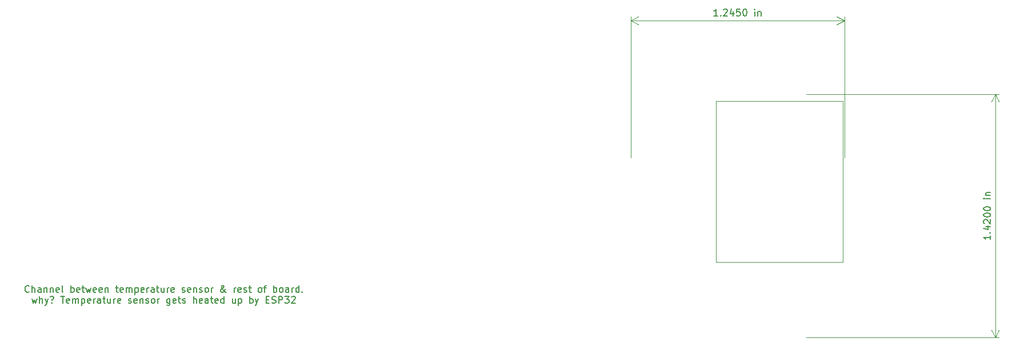
<source format=gbr>
G04 #@! TF.GenerationSoftware,KiCad,Pcbnew,6.0.5-a6ca702e91~116~ubuntu20.04.1*
G04 #@! TF.CreationDate,2022-07-01T16:46:14+00:00*
G04 #@! TF.ProjectId,PlantBuddy,506c616e-7442-4756-9464-792e6b696361,rev?*
G04 #@! TF.SameCoordinates,Original*
G04 #@! TF.FileFunction,Other,Comment*
%FSLAX46Y46*%
G04 Gerber Fmt 4.6, Leading zero omitted, Abs format (unit mm)*
G04 Created by KiCad (PCBNEW 6.0.5-a6ca702e91~116~ubuntu20.04.1) date 2022-07-01 16:46:14*
%MOMM*%
%LPD*%
G01*
G04 APERTURE LIST*
%ADD10C,0.100000*%
%ADD11C,0.150000*%
G04 APERTURE END LIST*
D10*
X154365080Y-63288171D02*
X154365080Y-39412171D01*
X135569080Y-63288171D02*
X154365080Y-63288171D01*
X135569080Y-39412171D02*
X135569080Y-63288171D01*
X154365080Y-39412171D02*
X135569080Y-39412171D01*
D11*
X33828699Y-67666313D02*
X33781080Y-67713932D01*
X33638222Y-67761551D01*
X33542984Y-67761551D01*
X33400127Y-67713932D01*
X33304889Y-67618694D01*
X33257270Y-67523456D01*
X33209651Y-67332980D01*
X33209651Y-67190123D01*
X33257270Y-66999647D01*
X33304889Y-66904409D01*
X33400127Y-66809171D01*
X33542984Y-66761551D01*
X33638222Y-66761551D01*
X33781080Y-66809171D01*
X33828699Y-66856790D01*
X34257270Y-67761551D02*
X34257270Y-66761551D01*
X34685841Y-67761551D02*
X34685841Y-67237742D01*
X34638222Y-67142504D01*
X34542984Y-67094885D01*
X34400127Y-67094885D01*
X34304889Y-67142504D01*
X34257270Y-67190123D01*
X35590603Y-67761551D02*
X35590603Y-67237742D01*
X35542984Y-67142504D01*
X35447746Y-67094885D01*
X35257270Y-67094885D01*
X35162032Y-67142504D01*
X35590603Y-67713932D02*
X35495365Y-67761551D01*
X35257270Y-67761551D01*
X35162032Y-67713932D01*
X35114413Y-67618694D01*
X35114413Y-67523456D01*
X35162032Y-67428218D01*
X35257270Y-67380599D01*
X35495365Y-67380599D01*
X35590603Y-67332980D01*
X36066794Y-67094885D02*
X36066794Y-67761551D01*
X36066794Y-67190123D02*
X36114413Y-67142504D01*
X36209651Y-67094885D01*
X36352508Y-67094885D01*
X36447746Y-67142504D01*
X36495365Y-67237742D01*
X36495365Y-67761551D01*
X36971556Y-67094885D02*
X36971556Y-67761551D01*
X36971556Y-67190123D02*
X37019175Y-67142504D01*
X37114413Y-67094885D01*
X37257270Y-67094885D01*
X37352508Y-67142504D01*
X37400127Y-67237742D01*
X37400127Y-67761551D01*
X38257270Y-67713932D02*
X38162032Y-67761551D01*
X37971556Y-67761551D01*
X37876318Y-67713932D01*
X37828699Y-67618694D01*
X37828699Y-67237742D01*
X37876318Y-67142504D01*
X37971556Y-67094885D01*
X38162032Y-67094885D01*
X38257270Y-67142504D01*
X38304889Y-67237742D01*
X38304889Y-67332980D01*
X37828699Y-67428218D01*
X38876318Y-67761551D02*
X38781080Y-67713932D01*
X38733460Y-67618694D01*
X38733460Y-66761551D01*
X40019175Y-67761551D02*
X40019175Y-66761551D01*
X40019175Y-67142504D02*
X40114413Y-67094885D01*
X40304889Y-67094885D01*
X40400127Y-67142504D01*
X40447746Y-67190123D01*
X40495365Y-67285361D01*
X40495365Y-67571075D01*
X40447746Y-67666313D01*
X40400127Y-67713932D01*
X40304889Y-67761551D01*
X40114413Y-67761551D01*
X40019175Y-67713932D01*
X41304889Y-67713932D02*
X41209651Y-67761551D01*
X41019175Y-67761551D01*
X40923937Y-67713932D01*
X40876318Y-67618694D01*
X40876318Y-67237742D01*
X40923937Y-67142504D01*
X41019175Y-67094885D01*
X41209651Y-67094885D01*
X41304889Y-67142504D01*
X41352508Y-67237742D01*
X41352508Y-67332980D01*
X40876318Y-67428218D01*
X41638222Y-67094885D02*
X42019175Y-67094885D01*
X41781080Y-66761551D02*
X41781080Y-67618694D01*
X41828699Y-67713932D01*
X41923937Y-67761551D01*
X42019175Y-67761551D01*
X42257270Y-67094885D02*
X42447746Y-67761551D01*
X42638222Y-67285361D01*
X42828699Y-67761551D01*
X43019175Y-67094885D01*
X43781079Y-67713932D02*
X43685841Y-67761551D01*
X43495365Y-67761551D01*
X43400127Y-67713932D01*
X43352508Y-67618694D01*
X43352508Y-67237742D01*
X43400127Y-67142504D01*
X43495365Y-67094885D01*
X43685841Y-67094885D01*
X43781079Y-67142504D01*
X43828699Y-67237742D01*
X43828699Y-67332980D01*
X43352508Y-67428218D01*
X44638222Y-67713932D02*
X44542984Y-67761551D01*
X44352508Y-67761551D01*
X44257270Y-67713932D01*
X44209651Y-67618694D01*
X44209651Y-67237742D01*
X44257270Y-67142504D01*
X44352508Y-67094885D01*
X44542984Y-67094885D01*
X44638222Y-67142504D01*
X44685841Y-67237742D01*
X44685841Y-67332980D01*
X44209651Y-67428218D01*
X45114413Y-67094885D02*
X45114413Y-67761551D01*
X45114413Y-67190123D02*
X45162032Y-67142504D01*
X45257270Y-67094885D01*
X45400127Y-67094885D01*
X45495365Y-67142504D01*
X45542984Y-67237742D01*
X45542984Y-67761551D01*
X46638222Y-67094885D02*
X47019175Y-67094885D01*
X46781079Y-66761551D02*
X46781079Y-67618694D01*
X46828699Y-67713932D01*
X46923937Y-67761551D01*
X47019175Y-67761551D01*
X47733460Y-67713932D02*
X47638222Y-67761551D01*
X47447746Y-67761551D01*
X47352508Y-67713932D01*
X47304889Y-67618694D01*
X47304889Y-67237742D01*
X47352508Y-67142504D01*
X47447746Y-67094885D01*
X47638222Y-67094885D01*
X47733460Y-67142504D01*
X47781079Y-67237742D01*
X47781079Y-67332980D01*
X47304889Y-67428218D01*
X48209651Y-67761551D02*
X48209651Y-67094885D01*
X48209651Y-67190123D02*
X48257270Y-67142504D01*
X48352508Y-67094885D01*
X48495365Y-67094885D01*
X48590603Y-67142504D01*
X48638222Y-67237742D01*
X48638222Y-67761551D01*
X48638222Y-67237742D02*
X48685841Y-67142504D01*
X48781079Y-67094885D01*
X48923937Y-67094885D01*
X49019175Y-67142504D01*
X49066794Y-67237742D01*
X49066794Y-67761551D01*
X49542984Y-67094885D02*
X49542984Y-68094885D01*
X49542984Y-67142504D02*
X49638222Y-67094885D01*
X49828699Y-67094885D01*
X49923937Y-67142504D01*
X49971556Y-67190123D01*
X50019175Y-67285361D01*
X50019175Y-67571075D01*
X49971556Y-67666313D01*
X49923937Y-67713932D01*
X49828699Y-67761551D01*
X49638222Y-67761551D01*
X49542984Y-67713932D01*
X50828699Y-67713932D02*
X50733460Y-67761551D01*
X50542984Y-67761551D01*
X50447746Y-67713932D01*
X50400127Y-67618694D01*
X50400127Y-67237742D01*
X50447746Y-67142504D01*
X50542984Y-67094885D01*
X50733460Y-67094885D01*
X50828699Y-67142504D01*
X50876318Y-67237742D01*
X50876318Y-67332980D01*
X50400127Y-67428218D01*
X51304889Y-67761551D02*
X51304889Y-67094885D01*
X51304889Y-67285361D02*
X51352508Y-67190123D01*
X51400127Y-67142504D01*
X51495365Y-67094885D01*
X51590603Y-67094885D01*
X52352508Y-67761551D02*
X52352508Y-67237742D01*
X52304889Y-67142504D01*
X52209651Y-67094885D01*
X52019175Y-67094885D01*
X51923937Y-67142504D01*
X52352508Y-67713932D02*
X52257270Y-67761551D01*
X52019175Y-67761551D01*
X51923937Y-67713932D01*
X51876318Y-67618694D01*
X51876318Y-67523456D01*
X51923937Y-67428218D01*
X52019175Y-67380599D01*
X52257270Y-67380599D01*
X52352508Y-67332980D01*
X52685841Y-67094885D02*
X53066794Y-67094885D01*
X52828699Y-66761551D02*
X52828699Y-67618694D01*
X52876318Y-67713932D01*
X52971556Y-67761551D01*
X53066794Y-67761551D01*
X53828699Y-67094885D02*
X53828699Y-67761551D01*
X53400127Y-67094885D02*
X53400127Y-67618694D01*
X53447746Y-67713932D01*
X53542984Y-67761551D01*
X53685841Y-67761551D01*
X53781079Y-67713932D01*
X53828699Y-67666313D01*
X54304889Y-67761551D02*
X54304889Y-67094885D01*
X54304889Y-67285361D02*
X54352508Y-67190123D01*
X54400127Y-67142504D01*
X54495365Y-67094885D01*
X54590603Y-67094885D01*
X55304889Y-67713932D02*
X55209651Y-67761551D01*
X55019175Y-67761551D01*
X54923937Y-67713932D01*
X54876318Y-67618694D01*
X54876318Y-67237742D01*
X54923937Y-67142504D01*
X55019175Y-67094885D01*
X55209651Y-67094885D01*
X55304889Y-67142504D01*
X55352508Y-67237742D01*
X55352508Y-67332980D01*
X54876318Y-67428218D01*
X56495365Y-67713932D02*
X56590603Y-67761551D01*
X56781079Y-67761551D01*
X56876318Y-67713932D01*
X56923937Y-67618694D01*
X56923937Y-67571075D01*
X56876318Y-67475837D01*
X56781079Y-67428218D01*
X56638222Y-67428218D01*
X56542984Y-67380599D01*
X56495365Y-67285361D01*
X56495365Y-67237742D01*
X56542984Y-67142504D01*
X56638222Y-67094885D01*
X56781079Y-67094885D01*
X56876318Y-67142504D01*
X57733460Y-67713932D02*
X57638222Y-67761551D01*
X57447746Y-67761551D01*
X57352508Y-67713932D01*
X57304889Y-67618694D01*
X57304889Y-67237742D01*
X57352508Y-67142504D01*
X57447746Y-67094885D01*
X57638222Y-67094885D01*
X57733460Y-67142504D01*
X57781079Y-67237742D01*
X57781079Y-67332980D01*
X57304889Y-67428218D01*
X58209651Y-67094885D02*
X58209651Y-67761551D01*
X58209651Y-67190123D02*
X58257270Y-67142504D01*
X58352508Y-67094885D01*
X58495365Y-67094885D01*
X58590603Y-67142504D01*
X58638222Y-67237742D01*
X58638222Y-67761551D01*
X59066794Y-67713932D02*
X59162032Y-67761551D01*
X59352508Y-67761551D01*
X59447746Y-67713932D01*
X59495365Y-67618694D01*
X59495365Y-67571075D01*
X59447746Y-67475837D01*
X59352508Y-67428218D01*
X59209651Y-67428218D01*
X59114413Y-67380599D01*
X59066794Y-67285361D01*
X59066794Y-67237742D01*
X59114413Y-67142504D01*
X59209651Y-67094885D01*
X59352508Y-67094885D01*
X59447746Y-67142504D01*
X60066794Y-67761551D02*
X59971556Y-67713932D01*
X59923937Y-67666313D01*
X59876318Y-67571075D01*
X59876318Y-67285361D01*
X59923937Y-67190123D01*
X59971556Y-67142504D01*
X60066794Y-67094885D01*
X60209651Y-67094885D01*
X60304889Y-67142504D01*
X60352508Y-67190123D01*
X60400127Y-67285361D01*
X60400127Y-67571075D01*
X60352508Y-67666313D01*
X60304889Y-67713932D01*
X60209651Y-67761551D01*
X60066794Y-67761551D01*
X60828699Y-67761551D02*
X60828699Y-67094885D01*
X60828699Y-67285361D02*
X60876318Y-67190123D01*
X60923937Y-67142504D01*
X61019175Y-67094885D01*
X61114413Y-67094885D01*
X63019175Y-67761551D02*
X62971556Y-67761551D01*
X62876318Y-67713932D01*
X62733460Y-67571075D01*
X62495365Y-67285361D01*
X62400127Y-67142504D01*
X62352508Y-66999647D01*
X62352508Y-66904409D01*
X62400127Y-66809171D01*
X62495365Y-66761551D01*
X62542984Y-66761551D01*
X62638222Y-66809171D01*
X62685841Y-66904409D01*
X62685841Y-66952028D01*
X62638222Y-67047266D01*
X62590603Y-67094885D01*
X62304889Y-67285361D01*
X62257270Y-67332980D01*
X62209651Y-67428218D01*
X62209651Y-67571075D01*
X62257270Y-67666313D01*
X62304889Y-67713932D01*
X62400127Y-67761551D01*
X62542984Y-67761551D01*
X62638222Y-67713932D01*
X62685841Y-67666313D01*
X62828699Y-67475837D01*
X62876318Y-67332980D01*
X62876318Y-67237742D01*
X64209651Y-67761551D02*
X64209651Y-67094885D01*
X64209651Y-67285361D02*
X64257270Y-67190123D01*
X64304889Y-67142504D01*
X64400127Y-67094885D01*
X64495365Y-67094885D01*
X65209651Y-67713932D02*
X65114413Y-67761551D01*
X64923937Y-67761551D01*
X64828699Y-67713932D01*
X64781079Y-67618694D01*
X64781079Y-67237742D01*
X64828699Y-67142504D01*
X64923937Y-67094885D01*
X65114413Y-67094885D01*
X65209651Y-67142504D01*
X65257270Y-67237742D01*
X65257270Y-67332980D01*
X64781079Y-67428218D01*
X65638222Y-67713932D02*
X65733460Y-67761551D01*
X65923937Y-67761551D01*
X66019175Y-67713932D01*
X66066794Y-67618694D01*
X66066794Y-67571075D01*
X66019175Y-67475837D01*
X65923937Y-67428218D01*
X65781079Y-67428218D01*
X65685841Y-67380599D01*
X65638222Y-67285361D01*
X65638222Y-67237742D01*
X65685841Y-67142504D01*
X65781079Y-67094885D01*
X65923937Y-67094885D01*
X66019175Y-67142504D01*
X66352508Y-67094885D02*
X66733460Y-67094885D01*
X66495365Y-66761551D02*
X66495365Y-67618694D01*
X66542984Y-67713932D01*
X66638222Y-67761551D01*
X66733460Y-67761551D01*
X67971556Y-67761551D02*
X67876318Y-67713932D01*
X67828699Y-67666313D01*
X67781079Y-67571075D01*
X67781079Y-67285361D01*
X67828699Y-67190123D01*
X67876318Y-67142504D01*
X67971556Y-67094885D01*
X68114413Y-67094885D01*
X68209651Y-67142504D01*
X68257270Y-67190123D01*
X68304889Y-67285361D01*
X68304889Y-67571075D01*
X68257270Y-67666313D01*
X68209651Y-67713932D01*
X68114413Y-67761551D01*
X67971556Y-67761551D01*
X68590603Y-67094885D02*
X68971556Y-67094885D01*
X68733460Y-67761551D02*
X68733460Y-66904409D01*
X68781079Y-66809171D01*
X68876318Y-66761551D01*
X68971556Y-66761551D01*
X70066794Y-67761551D02*
X70066794Y-66761551D01*
X70066794Y-67142504D02*
X70162032Y-67094885D01*
X70352508Y-67094885D01*
X70447746Y-67142504D01*
X70495365Y-67190123D01*
X70542984Y-67285361D01*
X70542984Y-67571075D01*
X70495365Y-67666313D01*
X70447746Y-67713932D01*
X70352508Y-67761551D01*
X70162032Y-67761551D01*
X70066794Y-67713932D01*
X71114413Y-67761551D02*
X71019175Y-67713932D01*
X70971556Y-67666313D01*
X70923937Y-67571075D01*
X70923937Y-67285361D01*
X70971556Y-67190123D01*
X71019175Y-67142504D01*
X71114413Y-67094885D01*
X71257270Y-67094885D01*
X71352508Y-67142504D01*
X71400127Y-67190123D01*
X71447746Y-67285361D01*
X71447746Y-67571075D01*
X71400127Y-67666313D01*
X71352508Y-67713932D01*
X71257270Y-67761551D01*
X71114413Y-67761551D01*
X72304889Y-67761551D02*
X72304889Y-67237742D01*
X72257270Y-67142504D01*
X72162032Y-67094885D01*
X71971556Y-67094885D01*
X71876318Y-67142504D01*
X72304889Y-67713932D02*
X72209651Y-67761551D01*
X71971556Y-67761551D01*
X71876318Y-67713932D01*
X71828699Y-67618694D01*
X71828699Y-67523456D01*
X71876318Y-67428218D01*
X71971556Y-67380599D01*
X72209651Y-67380599D01*
X72304889Y-67332980D01*
X72781079Y-67761551D02*
X72781079Y-67094885D01*
X72781079Y-67285361D02*
X72828699Y-67190123D01*
X72876318Y-67142504D01*
X72971556Y-67094885D01*
X73066794Y-67094885D01*
X73828699Y-67761551D02*
X73828699Y-66761551D01*
X73828699Y-67713932D02*
X73733460Y-67761551D01*
X73542984Y-67761551D01*
X73447746Y-67713932D01*
X73400127Y-67666313D01*
X73352508Y-67571075D01*
X73352508Y-67285361D01*
X73400127Y-67190123D01*
X73447746Y-67142504D01*
X73542984Y-67094885D01*
X73733460Y-67094885D01*
X73828699Y-67142504D01*
X74304889Y-67666313D02*
X74352508Y-67713932D01*
X74304889Y-67761551D01*
X74257270Y-67713932D01*
X74304889Y-67666313D01*
X74304889Y-67761551D01*
X34233460Y-68704885D02*
X34423937Y-69371551D01*
X34614413Y-68895361D01*
X34804889Y-69371551D01*
X34995365Y-68704885D01*
X35376318Y-69371551D02*
X35376318Y-68371551D01*
X35804889Y-69371551D02*
X35804889Y-68847742D01*
X35757270Y-68752504D01*
X35662032Y-68704885D01*
X35519175Y-68704885D01*
X35423937Y-68752504D01*
X35376318Y-68800123D01*
X36185841Y-68704885D02*
X36423937Y-69371551D01*
X36662032Y-68704885D02*
X36423937Y-69371551D01*
X36328699Y-69609647D01*
X36281079Y-69657266D01*
X36185841Y-69704885D01*
X37185841Y-69276313D02*
X37233460Y-69323932D01*
X37185841Y-69371551D01*
X37138222Y-69323932D01*
X37185841Y-69276313D01*
X37185841Y-69371551D01*
X36995365Y-68419171D02*
X37090603Y-68371551D01*
X37328699Y-68371551D01*
X37423937Y-68419171D01*
X37471556Y-68514409D01*
X37471556Y-68609647D01*
X37423937Y-68704885D01*
X37376318Y-68752504D01*
X37281079Y-68800123D01*
X37233460Y-68847742D01*
X37185841Y-68942980D01*
X37185841Y-68990599D01*
X38519175Y-68371551D02*
X39090603Y-68371551D01*
X38804889Y-69371551D02*
X38804889Y-68371551D01*
X39804889Y-69323932D02*
X39709651Y-69371551D01*
X39519175Y-69371551D01*
X39423937Y-69323932D01*
X39376318Y-69228694D01*
X39376318Y-68847742D01*
X39423937Y-68752504D01*
X39519175Y-68704885D01*
X39709651Y-68704885D01*
X39804889Y-68752504D01*
X39852508Y-68847742D01*
X39852508Y-68942980D01*
X39376318Y-69038218D01*
X40281080Y-69371551D02*
X40281080Y-68704885D01*
X40281080Y-68800123D02*
X40328699Y-68752504D01*
X40423937Y-68704885D01*
X40566794Y-68704885D01*
X40662032Y-68752504D01*
X40709651Y-68847742D01*
X40709651Y-69371551D01*
X40709651Y-68847742D02*
X40757270Y-68752504D01*
X40852508Y-68704885D01*
X40995365Y-68704885D01*
X41090603Y-68752504D01*
X41138222Y-68847742D01*
X41138222Y-69371551D01*
X41614413Y-68704885D02*
X41614413Y-69704885D01*
X41614413Y-68752504D02*
X41709651Y-68704885D01*
X41900127Y-68704885D01*
X41995365Y-68752504D01*
X42042984Y-68800123D01*
X42090603Y-68895361D01*
X42090603Y-69181075D01*
X42042984Y-69276313D01*
X41995365Y-69323932D01*
X41900127Y-69371551D01*
X41709651Y-69371551D01*
X41614413Y-69323932D01*
X42900127Y-69323932D02*
X42804889Y-69371551D01*
X42614413Y-69371551D01*
X42519175Y-69323932D01*
X42471556Y-69228694D01*
X42471556Y-68847742D01*
X42519175Y-68752504D01*
X42614413Y-68704885D01*
X42804889Y-68704885D01*
X42900127Y-68752504D01*
X42947746Y-68847742D01*
X42947746Y-68942980D01*
X42471556Y-69038218D01*
X43376318Y-69371551D02*
X43376318Y-68704885D01*
X43376318Y-68895361D02*
X43423937Y-68800123D01*
X43471556Y-68752504D01*
X43566794Y-68704885D01*
X43662032Y-68704885D01*
X44423937Y-69371551D02*
X44423937Y-68847742D01*
X44376318Y-68752504D01*
X44281080Y-68704885D01*
X44090603Y-68704885D01*
X43995365Y-68752504D01*
X44423937Y-69323932D02*
X44328699Y-69371551D01*
X44090603Y-69371551D01*
X43995365Y-69323932D01*
X43947746Y-69228694D01*
X43947746Y-69133456D01*
X43995365Y-69038218D01*
X44090603Y-68990599D01*
X44328699Y-68990599D01*
X44423937Y-68942980D01*
X44757270Y-68704885D02*
X45138222Y-68704885D01*
X44900127Y-68371551D02*
X44900127Y-69228694D01*
X44947746Y-69323932D01*
X45042984Y-69371551D01*
X45138222Y-69371551D01*
X45900127Y-68704885D02*
X45900127Y-69371551D01*
X45471556Y-68704885D02*
X45471556Y-69228694D01*
X45519175Y-69323932D01*
X45614413Y-69371551D01*
X45757270Y-69371551D01*
X45852508Y-69323932D01*
X45900127Y-69276313D01*
X46376318Y-69371551D02*
X46376318Y-68704885D01*
X46376318Y-68895361D02*
X46423937Y-68800123D01*
X46471556Y-68752504D01*
X46566794Y-68704885D01*
X46662032Y-68704885D01*
X47376318Y-69323932D02*
X47281080Y-69371551D01*
X47090603Y-69371551D01*
X46995365Y-69323932D01*
X46947746Y-69228694D01*
X46947746Y-68847742D01*
X46995365Y-68752504D01*
X47090603Y-68704885D01*
X47281080Y-68704885D01*
X47376318Y-68752504D01*
X47423937Y-68847742D01*
X47423937Y-68942980D01*
X46947746Y-69038218D01*
X48566794Y-69323932D02*
X48662032Y-69371551D01*
X48852508Y-69371551D01*
X48947746Y-69323932D01*
X48995365Y-69228694D01*
X48995365Y-69181075D01*
X48947746Y-69085837D01*
X48852508Y-69038218D01*
X48709651Y-69038218D01*
X48614413Y-68990599D01*
X48566794Y-68895361D01*
X48566794Y-68847742D01*
X48614413Y-68752504D01*
X48709651Y-68704885D01*
X48852508Y-68704885D01*
X48947746Y-68752504D01*
X49804889Y-69323932D02*
X49709651Y-69371551D01*
X49519175Y-69371551D01*
X49423937Y-69323932D01*
X49376318Y-69228694D01*
X49376318Y-68847742D01*
X49423937Y-68752504D01*
X49519175Y-68704885D01*
X49709651Y-68704885D01*
X49804889Y-68752504D01*
X49852508Y-68847742D01*
X49852508Y-68942980D01*
X49376318Y-69038218D01*
X50281079Y-68704885D02*
X50281079Y-69371551D01*
X50281079Y-68800123D02*
X50328699Y-68752504D01*
X50423937Y-68704885D01*
X50566794Y-68704885D01*
X50662032Y-68752504D01*
X50709651Y-68847742D01*
X50709651Y-69371551D01*
X51138222Y-69323932D02*
X51233460Y-69371551D01*
X51423937Y-69371551D01*
X51519175Y-69323932D01*
X51566794Y-69228694D01*
X51566794Y-69181075D01*
X51519175Y-69085837D01*
X51423937Y-69038218D01*
X51281079Y-69038218D01*
X51185841Y-68990599D01*
X51138222Y-68895361D01*
X51138222Y-68847742D01*
X51185841Y-68752504D01*
X51281079Y-68704885D01*
X51423937Y-68704885D01*
X51519175Y-68752504D01*
X52138222Y-69371551D02*
X52042984Y-69323932D01*
X51995365Y-69276313D01*
X51947746Y-69181075D01*
X51947746Y-68895361D01*
X51995365Y-68800123D01*
X52042984Y-68752504D01*
X52138222Y-68704885D01*
X52281079Y-68704885D01*
X52376318Y-68752504D01*
X52423937Y-68800123D01*
X52471556Y-68895361D01*
X52471556Y-69181075D01*
X52423937Y-69276313D01*
X52376318Y-69323932D01*
X52281079Y-69371551D01*
X52138222Y-69371551D01*
X52900127Y-69371551D02*
X52900127Y-68704885D01*
X52900127Y-68895361D02*
X52947746Y-68800123D01*
X52995365Y-68752504D01*
X53090603Y-68704885D01*
X53185841Y-68704885D01*
X54709651Y-68704885D02*
X54709651Y-69514409D01*
X54662032Y-69609647D01*
X54614413Y-69657266D01*
X54519175Y-69704885D01*
X54376318Y-69704885D01*
X54281079Y-69657266D01*
X54709651Y-69323932D02*
X54614413Y-69371551D01*
X54423937Y-69371551D01*
X54328699Y-69323932D01*
X54281079Y-69276313D01*
X54233460Y-69181075D01*
X54233460Y-68895361D01*
X54281079Y-68800123D01*
X54328699Y-68752504D01*
X54423937Y-68704885D01*
X54614413Y-68704885D01*
X54709651Y-68752504D01*
X55566794Y-69323932D02*
X55471556Y-69371551D01*
X55281079Y-69371551D01*
X55185841Y-69323932D01*
X55138222Y-69228694D01*
X55138222Y-68847742D01*
X55185841Y-68752504D01*
X55281079Y-68704885D01*
X55471556Y-68704885D01*
X55566794Y-68752504D01*
X55614413Y-68847742D01*
X55614413Y-68942980D01*
X55138222Y-69038218D01*
X55900127Y-68704885D02*
X56281079Y-68704885D01*
X56042984Y-68371551D02*
X56042984Y-69228694D01*
X56090603Y-69323932D01*
X56185841Y-69371551D01*
X56281079Y-69371551D01*
X56566794Y-69323932D02*
X56662032Y-69371551D01*
X56852508Y-69371551D01*
X56947746Y-69323932D01*
X56995365Y-69228694D01*
X56995365Y-69181075D01*
X56947746Y-69085837D01*
X56852508Y-69038218D01*
X56709651Y-69038218D01*
X56614413Y-68990599D01*
X56566794Y-68895361D01*
X56566794Y-68847742D01*
X56614413Y-68752504D01*
X56709651Y-68704885D01*
X56852508Y-68704885D01*
X56947746Y-68752504D01*
X58185841Y-69371551D02*
X58185841Y-68371551D01*
X58614413Y-69371551D02*
X58614413Y-68847742D01*
X58566794Y-68752504D01*
X58471556Y-68704885D01*
X58328699Y-68704885D01*
X58233460Y-68752504D01*
X58185841Y-68800123D01*
X59471556Y-69323932D02*
X59376318Y-69371551D01*
X59185841Y-69371551D01*
X59090603Y-69323932D01*
X59042984Y-69228694D01*
X59042984Y-68847742D01*
X59090603Y-68752504D01*
X59185841Y-68704885D01*
X59376318Y-68704885D01*
X59471556Y-68752504D01*
X59519175Y-68847742D01*
X59519175Y-68942980D01*
X59042984Y-69038218D01*
X60376318Y-69371551D02*
X60376318Y-68847742D01*
X60328699Y-68752504D01*
X60233460Y-68704885D01*
X60042984Y-68704885D01*
X59947746Y-68752504D01*
X60376318Y-69323932D02*
X60281079Y-69371551D01*
X60042984Y-69371551D01*
X59947746Y-69323932D01*
X59900127Y-69228694D01*
X59900127Y-69133456D01*
X59947746Y-69038218D01*
X60042984Y-68990599D01*
X60281079Y-68990599D01*
X60376318Y-68942980D01*
X60709651Y-68704885D02*
X61090603Y-68704885D01*
X60852508Y-68371551D02*
X60852508Y-69228694D01*
X60900127Y-69323932D01*
X60995365Y-69371551D01*
X61090603Y-69371551D01*
X61804889Y-69323932D02*
X61709651Y-69371551D01*
X61519175Y-69371551D01*
X61423937Y-69323932D01*
X61376318Y-69228694D01*
X61376318Y-68847742D01*
X61423937Y-68752504D01*
X61519175Y-68704885D01*
X61709651Y-68704885D01*
X61804889Y-68752504D01*
X61852508Y-68847742D01*
X61852508Y-68942980D01*
X61376318Y-69038218D01*
X62709651Y-69371551D02*
X62709651Y-68371551D01*
X62709651Y-69323932D02*
X62614413Y-69371551D01*
X62423937Y-69371551D01*
X62328699Y-69323932D01*
X62281079Y-69276313D01*
X62233460Y-69181075D01*
X62233460Y-68895361D01*
X62281079Y-68800123D01*
X62328699Y-68752504D01*
X62423937Y-68704885D01*
X62614413Y-68704885D01*
X62709651Y-68752504D01*
X64376318Y-68704885D02*
X64376318Y-69371551D01*
X63947746Y-68704885D02*
X63947746Y-69228694D01*
X63995365Y-69323932D01*
X64090603Y-69371551D01*
X64233460Y-69371551D01*
X64328699Y-69323932D01*
X64376318Y-69276313D01*
X64852508Y-68704885D02*
X64852508Y-69704885D01*
X64852508Y-68752504D02*
X64947746Y-68704885D01*
X65138222Y-68704885D01*
X65233460Y-68752504D01*
X65281079Y-68800123D01*
X65328699Y-68895361D01*
X65328699Y-69181075D01*
X65281079Y-69276313D01*
X65233460Y-69323932D01*
X65138222Y-69371551D01*
X64947746Y-69371551D01*
X64852508Y-69323932D01*
X66519175Y-69371551D02*
X66519175Y-68371551D01*
X66519175Y-68752504D02*
X66614413Y-68704885D01*
X66804889Y-68704885D01*
X66900127Y-68752504D01*
X66947746Y-68800123D01*
X66995365Y-68895361D01*
X66995365Y-69181075D01*
X66947746Y-69276313D01*
X66900127Y-69323932D01*
X66804889Y-69371551D01*
X66614413Y-69371551D01*
X66519175Y-69323932D01*
X67328699Y-68704885D02*
X67566794Y-69371551D01*
X67804889Y-68704885D02*
X67566794Y-69371551D01*
X67471556Y-69609647D01*
X67423937Y-69657266D01*
X67328699Y-69704885D01*
X68947746Y-68847742D02*
X69281079Y-68847742D01*
X69423937Y-69371551D02*
X68947746Y-69371551D01*
X68947746Y-68371551D01*
X69423937Y-68371551D01*
X69804889Y-69323932D02*
X69947746Y-69371551D01*
X70185841Y-69371551D01*
X70281079Y-69323932D01*
X70328699Y-69276313D01*
X70376318Y-69181075D01*
X70376318Y-69085837D01*
X70328699Y-68990599D01*
X70281079Y-68942980D01*
X70185841Y-68895361D01*
X69995365Y-68847742D01*
X69900127Y-68800123D01*
X69852508Y-68752504D01*
X69804889Y-68657266D01*
X69804889Y-68562028D01*
X69852508Y-68466790D01*
X69900127Y-68419171D01*
X69995365Y-68371551D01*
X70233460Y-68371551D01*
X70376318Y-68419171D01*
X70804889Y-69371551D02*
X70804889Y-68371551D01*
X71185841Y-68371551D01*
X71281079Y-68419171D01*
X71328699Y-68466790D01*
X71376318Y-68562028D01*
X71376318Y-68704885D01*
X71328699Y-68800123D01*
X71281079Y-68847742D01*
X71185841Y-68895361D01*
X70804889Y-68895361D01*
X71709651Y-68371551D02*
X72328699Y-68371551D01*
X71995365Y-68752504D01*
X72138222Y-68752504D01*
X72233460Y-68800123D01*
X72281079Y-68847742D01*
X72328699Y-68942980D01*
X72328699Y-69181075D01*
X72281079Y-69276313D01*
X72233460Y-69323932D01*
X72138222Y-69371551D01*
X71852508Y-69371551D01*
X71757270Y-69323932D01*
X71709651Y-69276313D01*
X72709651Y-68466790D02*
X72757270Y-68419171D01*
X72852508Y-68371551D01*
X73090603Y-68371551D01*
X73185841Y-68419171D01*
X73233460Y-68466790D01*
X73281079Y-68562028D01*
X73281079Y-68657266D01*
X73233460Y-68800123D01*
X72662032Y-69371551D01*
X73281079Y-69371551D01*
X135879008Y-26776551D02*
X135307580Y-26776551D01*
X135593294Y-26776551D02*
X135593294Y-25776551D01*
X135498056Y-25919409D01*
X135402818Y-26014647D01*
X135307580Y-26062266D01*
X136307580Y-26681313D02*
X136355199Y-26728932D01*
X136307580Y-26776551D01*
X136259960Y-26728932D01*
X136307580Y-26681313D01*
X136307580Y-26776551D01*
X136736151Y-25871790D02*
X136783770Y-25824171D01*
X136879008Y-25776551D01*
X137117103Y-25776551D01*
X137212341Y-25824171D01*
X137259960Y-25871790D01*
X137307580Y-25967028D01*
X137307580Y-26062266D01*
X137259960Y-26205123D01*
X136688532Y-26776551D01*
X137307580Y-26776551D01*
X138164722Y-26109885D02*
X138164722Y-26776551D01*
X137926627Y-25728932D02*
X137688532Y-26443218D01*
X138307580Y-26443218D01*
X139164722Y-25776551D02*
X138688532Y-25776551D01*
X138640913Y-26252742D01*
X138688532Y-26205123D01*
X138783770Y-26157504D01*
X139021865Y-26157504D01*
X139117103Y-26205123D01*
X139164722Y-26252742D01*
X139212341Y-26347980D01*
X139212341Y-26586075D01*
X139164722Y-26681313D01*
X139117103Y-26728932D01*
X139021865Y-26776551D01*
X138783770Y-26776551D01*
X138688532Y-26728932D01*
X138640913Y-26681313D01*
X139831389Y-25776551D02*
X139926627Y-25776551D01*
X140021865Y-25824171D01*
X140069484Y-25871790D01*
X140117103Y-25967028D01*
X140164722Y-26157504D01*
X140164722Y-26395599D01*
X140117103Y-26586075D01*
X140069484Y-26681313D01*
X140021865Y-26728932D01*
X139926627Y-26776551D01*
X139831389Y-26776551D01*
X139736151Y-26728932D01*
X139688532Y-26681313D01*
X139640913Y-26586075D01*
X139593294Y-26395599D01*
X139593294Y-26157504D01*
X139640913Y-25967028D01*
X139688532Y-25871790D01*
X139736151Y-25824171D01*
X139831389Y-25776551D01*
X141355199Y-26776551D02*
X141355199Y-26109885D01*
X141355199Y-25776551D02*
X141307580Y-25824171D01*
X141355199Y-25871790D01*
X141402818Y-25824171D01*
X141355199Y-25776551D01*
X141355199Y-25871790D01*
X141831389Y-26109885D02*
X141831389Y-26776551D01*
X141831389Y-26205123D02*
X141879008Y-26157504D01*
X141974246Y-26109885D01*
X142117103Y-26109885D01*
X142212341Y-26157504D01*
X142259960Y-26252742D01*
X142259960Y-26776551D01*
D10*
X122996080Y-47802171D02*
X122996080Y-26887751D01*
X154619080Y-47802171D02*
X154619080Y-26887751D01*
X122996080Y-27474171D02*
X154619080Y-27474171D01*
X122996080Y-27474171D02*
X154619080Y-27474171D01*
X122996080Y-27474171D02*
X124122584Y-28060592D01*
X122996080Y-27474171D02*
X124122584Y-26887750D01*
X154619080Y-27474171D02*
X153492576Y-26887750D01*
X154619080Y-27474171D02*
X153492576Y-28060592D01*
D11*
X176273460Y-59358742D02*
X176273460Y-59930171D01*
X176273460Y-59644456D02*
X175273460Y-59644456D01*
X175416318Y-59739694D01*
X175511556Y-59834932D01*
X175559175Y-59930171D01*
X176178222Y-58930171D02*
X176225841Y-58882551D01*
X176273460Y-58930171D01*
X176225841Y-58977790D01*
X176178222Y-58930171D01*
X176273460Y-58930171D01*
X175606794Y-58025409D02*
X176273460Y-58025409D01*
X175225841Y-58263504D02*
X175940127Y-58501599D01*
X175940127Y-57882551D01*
X175368699Y-57549218D02*
X175321080Y-57501599D01*
X175273460Y-57406361D01*
X175273460Y-57168266D01*
X175321080Y-57073028D01*
X175368699Y-57025409D01*
X175463937Y-56977790D01*
X175559175Y-56977790D01*
X175702032Y-57025409D01*
X176273460Y-57596837D01*
X176273460Y-56977790D01*
X175273460Y-56358742D02*
X175273460Y-56263504D01*
X175321080Y-56168266D01*
X175368699Y-56120647D01*
X175463937Y-56073028D01*
X175654413Y-56025409D01*
X175892508Y-56025409D01*
X176082984Y-56073028D01*
X176178222Y-56120647D01*
X176225841Y-56168266D01*
X176273460Y-56263504D01*
X176273460Y-56358742D01*
X176225841Y-56453980D01*
X176178222Y-56501599D01*
X176082984Y-56549218D01*
X175892508Y-56596837D01*
X175654413Y-56596837D01*
X175463937Y-56549218D01*
X175368699Y-56501599D01*
X175321080Y-56453980D01*
X175273460Y-56358742D01*
X175273460Y-55406361D02*
X175273460Y-55311123D01*
X175321080Y-55215885D01*
X175368699Y-55168266D01*
X175463937Y-55120647D01*
X175654413Y-55073028D01*
X175892508Y-55073028D01*
X176082984Y-55120647D01*
X176178222Y-55168266D01*
X176225841Y-55215885D01*
X176273460Y-55311123D01*
X176273460Y-55406361D01*
X176225841Y-55501599D01*
X176178222Y-55549218D01*
X176082984Y-55596837D01*
X175892508Y-55644456D01*
X175654413Y-55644456D01*
X175463937Y-55596837D01*
X175368699Y-55549218D01*
X175321080Y-55501599D01*
X175273460Y-55406361D01*
X176273460Y-53882551D02*
X175606794Y-53882551D01*
X175273460Y-53882551D02*
X175321080Y-53930171D01*
X175368699Y-53882551D01*
X175321080Y-53834932D01*
X175273460Y-53882551D01*
X175368699Y-53882551D01*
X175606794Y-53406361D02*
X176273460Y-53406361D01*
X175702032Y-53406361D02*
X175654413Y-53358742D01*
X175606794Y-53263504D01*
X175606794Y-53120647D01*
X175654413Y-53025409D01*
X175749651Y-52977790D01*
X176273460Y-52977790D01*
D10*
X149023080Y-38396171D02*
X177557500Y-38396171D01*
X149023080Y-74464171D02*
X177557500Y-74464171D01*
X176971080Y-38396171D02*
X176971080Y-74464171D01*
X176971080Y-38396171D02*
X176971080Y-74464171D01*
X176971080Y-38396171D02*
X176384659Y-39522675D01*
X176971080Y-38396171D02*
X177557501Y-39522675D01*
X176971080Y-74464171D02*
X177557501Y-73337667D01*
X176971080Y-74464171D02*
X176384659Y-73337667D01*
M02*

</source>
